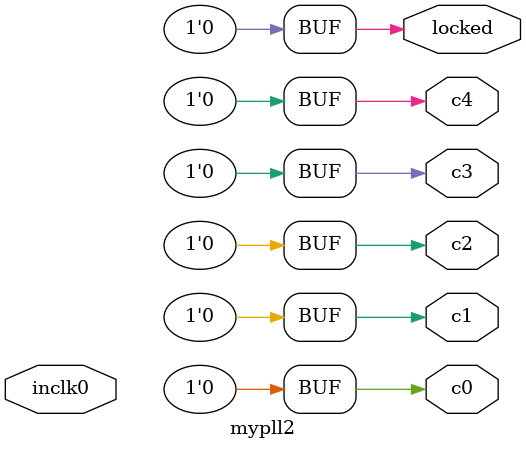
<source format=v>
module mypll2(	// file.cleaned.mlir:2:3
  input  inclk0,	// file.cleaned.mlir:2:24
  output c0,	// file.cleaned.mlir:2:42
         c1,	// file.cleaned.mlir:2:55
         c2,	// file.cleaned.mlir:2:68
         c3,	// file.cleaned.mlir:2:81
         c4,	// file.cleaned.mlir:2:94
         locked	// file.cleaned.mlir:2:107
);

  assign c0 = 1'h0;	// file.cleaned.mlir:3:14, :4:5
  assign c1 = 1'h0;	// file.cleaned.mlir:3:14, :4:5
  assign c2 = 1'h0;	// file.cleaned.mlir:3:14, :4:5
  assign c3 = 1'h0;	// file.cleaned.mlir:3:14, :4:5
  assign c4 = 1'h0;	// file.cleaned.mlir:3:14, :4:5
  assign locked = 1'h0;	// file.cleaned.mlir:3:14, :4:5
endmodule


</source>
